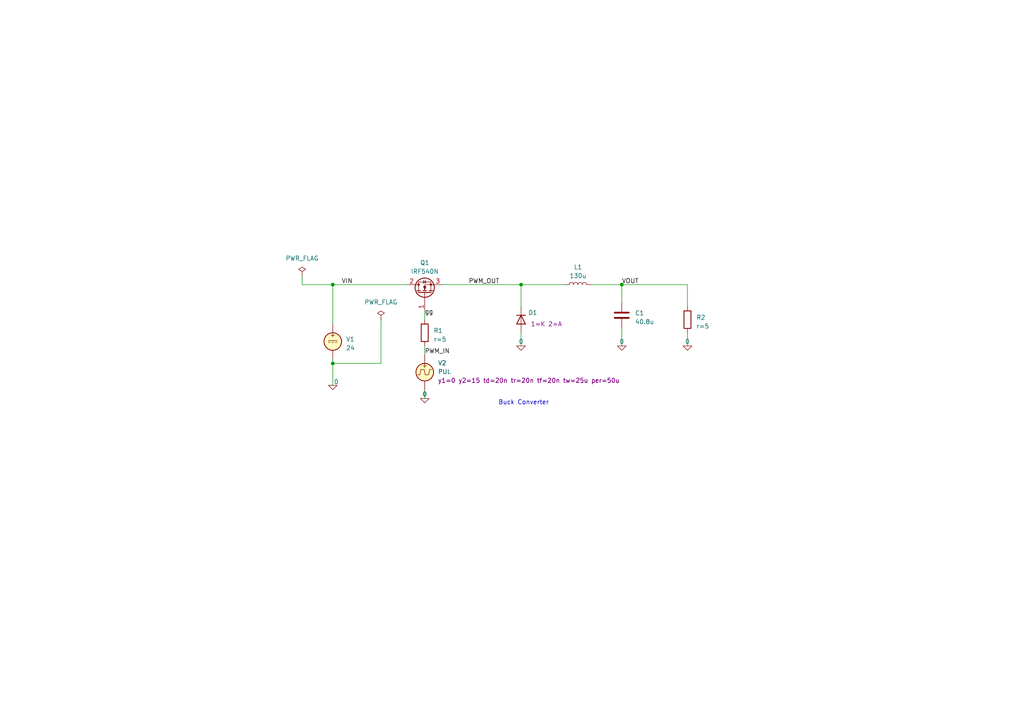
<source format=kicad_sch>
(kicad_sch
	(version 20231120)
	(generator "eeschema")
	(generator_version "8.0")
	(uuid "0e93a56f-653a-4707-b7a3-69262309dc60")
	(paper "A4")
	(title_block
		(title "Basic Buck Converter by Grp 2(IPD)")
		(date "2024-09-24")
		(rev "version1")
		(company "DJSCE")
		(comment 1 "En-Core participant")
		(comment 2 "IPD Group 2")
		(comment 3 "Jainam Bheda")
		(comment 4 "Jayesh Vyas")
		(comment 5 "Rushabh Desai")
		(comment 6 "Saket Tejpal")
	)
	(lib_symbols
		(symbol "Device:C"
			(pin_numbers hide)
			(pin_names
				(offset 0.254)
			)
			(exclude_from_sim no)
			(in_bom yes)
			(on_board yes)
			(property "Reference" "C"
				(at 0.635 2.54 0)
				(effects
					(font
						(size 1.27 1.27)
					)
					(justify left)
				)
			)
			(property "Value" "C"
				(at 0.635 -2.54 0)
				(effects
					(font
						(size 1.27 1.27)
					)
					(justify left)
				)
			)
			(property "Footprint" ""
				(at 0.9652 -3.81 0)
				(effects
					(font
						(size 1.27 1.27)
					)
					(hide yes)
				)
			)
			(property "Datasheet" "~"
				(at 0 0 0)
				(effects
					(font
						(size 1.27 1.27)
					)
					(hide yes)
				)
			)
			(property "Description" "Unpolarized capacitor"
				(at 0 0 0)
				(effects
					(font
						(size 1.27 1.27)
					)
					(hide yes)
				)
			)
			(property "ki_keywords" "cap capacitor"
				(at 0 0 0)
				(effects
					(font
						(size 1.27 1.27)
					)
					(hide yes)
				)
			)
			(property "ki_fp_filters" "C_*"
				(at 0 0 0)
				(effects
					(font
						(size 1.27 1.27)
					)
					(hide yes)
				)
			)
			(symbol "C_0_1"
				(polyline
					(pts
						(xy -2.032 -0.762) (xy 2.032 -0.762)
					)
					(stroke
						(width 0.508)
						(type default)
					)
					(fill
						(type none)
					)
				)
				(polyline
					(pts
						(xy -2.032 0.762) (xy 2.032 0.762)
					)
					(stroke
						(width 0.508)
						(type default)
					)
					(fill
						(type none)
					)
				)
			)
			(symbol "C_1_1"
				(pin passive line
					(at 0 3.81 270)
					(length 2.794)
					(name "~"
						(effects
							(font
								(size 1.27 1.27)
							)
						)
					)
					(number "1"
						(effects
							(font
								(size 1.27 1.27)
							)
						)
					)
				)
				(pin passive line
					(at 0 -3.81 90)
					(length 2.794)
					(name "~"
						(effects
							(font
								(size 1.27 1.27)
							)
						)
					)
					(number "2"
						(effects
							(font
								(size 1.27 1.27)
							)
						)
					)
				)
			)
		)
		(symbol "Device:L"
			(pin_numbers hide)
			(pin_names
				(offset 1.016) hide)
			(exclude_from_sim no)
			(in_bom yes)
			(on_board yes)
			(property "Reference" "L"
				(at -1.27 0 90)
				(effects
					(font
						(size 1.27 1.27)
					)
				)
			)
			(property "Value" "L"
				(at 1.905 0 90)
				(effects
					(font
						(size 1.27 1.27)
					)
				)
			)
			(property "Footprint" ""
				(at 0 0 0)
				(effects
					(font
						(size 1.27 1.27)
					)
					(hide yes)
				)
			)
			(property "Datasheet" "~"
				(at 0 0 0)
				(effects
					(font
						(size 1.27 1.27)
					)
					(hide yes)
				)
			)
			(property "Description" "Inductor"
				(at 0 0 0)
				(effects
					(font
						(size 1.27 1.27)
					)
					(hide yes)
				)
			)
			(property "ki_keywords" "inductor choke coil reactor magnetic"
				(at 0 0 0)
				(effects
					(font
						(size 1.27 1.27)
					)
					(hide yes)
				)
			)
			(property "ki_fp_filters" "Choke_* *Coil* Inductor_* L_*"
				(at 0 0 0)
				(effects
					(font
						(size 1.27 1.27)
					)
					(hide yes)
				)
			)
			(symbol "L_0_1"
				(arc
					(start 0 -2.54)
					(mid 0.6323 -1.905)
					(end 0 -1.27)
					(stroke
						(width 0)
						(type default)
					)
					(fill
						(type none)
					)
				)
				(arc
					(start 0 -1.27)
					(mid 0.6323 -0.635)
					(end 0 0)
					(stroke
						(width 0)
						(type default)
					)
					(fill
						(type none)
					)
				)
				(arc
					(start 0 0)
					(mid 0.6323 0.635)
					(end 0 1.27)
					(stroke
						(width 0)
						(type default)
					)
					(fill
						(type none)
					)
				)
				(arc
					(start 0 1.27)
					(mid 0.6323 1.905)
					(end 0 2.54)
					(stroke
						(width 0)
						(type default)
					)
					(fill
						(type none)
					)
				)
			)
			(symbol "L_1_1"
				(pin passive line
					(at 0 3.81 270)
					(length 1.27)
					(name "1"
						(effects
							(font
								(size 1.27 1.27)
							)
						)
					)
					(number "1"
						(effects
							(font
								(size 1.27 1.27)
							)
						)
					)
				)
				(pin passive line
					(at 0 -3.81 90)
					(length 1.27)
					(name "2"
						(effects
							(font
								(size 1.27 1.27)
							)
						)
					)
					(number "2"
						(effects
							(font
								(size 1.27 1.27)
							)
						)
					)
				)
			)
		)
		(symbol "Device:R"
			(pin_numbers hide)
			(pin_names
				(offset 0)
			)
			(exclude_from_sim no)
			(in_bom yes)
			(on_board yes)
			(property "Reference" "R"
				(at 2.032 0 90)
				(effects
					(font
						(size 1.27 1.27)
					)
				)
			)
			(property "Value" "R"
				(at 0 0 90)
				(effects
					(font
						(size 1.27 1.27)
					)
				)
			)
			(property "Footprint" ""
				(at -1.778 0 90)
				(effects
					(font
						(size 1.27 1.27)
					)
					(hide yes)
				)
			)
			(property "Datasheet" "~"
				(at 0 0 0)
				(effects
					(font
						(size 1.27 1.27)
					)
					(hide yes)
				)
			)
			(property "Description" "Resistor"
				(at 0 0 0)
				(effects
					(font
						(size 1.27 1.27)
					)
					(hide yes)
				)
			)
			(property "ki_keywords" "R res resistor"
				(at 0 0 0)
				(effects
					(font
						(size 1.27 1.27)
					)
					(hide yes)
				)
			)
			(property "ki_fp_filters" "R_*"
				(at 0 0 0)
				(effects
					(font
						(size 1.27 1.27)
					)
					(hide yes)
				)
			)
			(symbol "R_0_1"
				(rectangle
					(start -1.016 -2.54)
					(end 1.016 2.54)
					(stroke
						(width 0.254)
						(type default)
					)
					(fill
						(type none)
					)
				)
			)
			(symbol "R_1_1"
				(pin passive line
					(at 0 3.81 270)
					(length 1.27)
					(name "~"
						(effects
							(font
								(size 1.27 1.27)
							)
						)
					)
					(number "1"
						(effects
							(font
								(size 1.27 1.27)
							)
						)
					)
				)
				(pin passive line
					(at 0 -3.81 90)
					(length 1.27)
					(name "~"
						(effects
							(font
								(size 1.27 1.27)
							)
						)
					)
					(number "2"
						(effects
							(font
								(size 1.27 1.27)
							)
						)
					)
				)
			)
		)
		(symbol "Simulation_SPICE:0"
			(power)
			(pin_names
				(offset 0)
			)
			(exclude_from_sim no)
			(in_bom yes)
			(on_board yes)
			(property "Reference" "#GND"
				(at 0 -2.54 0)
				(effects
					(font
						(size 1.27 1.27)
					)
					(hide yes)
				)
			)
			(property "Value" "0"
				(at 0 -1.778 0)
				(effects
					(font
						(size 1.27 1.27)
					)
				)
			)
			(property "Footprint" ""
				(at 0 0 0)
				(effects
					(font
						(size 1.27 1.27)
					)
					(hide yes)
				)
			)
			(property "Datasheet" "~"
				(at 0 0 0)
				(effects
					(font
						(size 1.27 1.27)
					)
					(hide yes)
				)
			)
			(property "Description" "0V reference potential for simulation"
				(at 0 0 0)
				(effects
					(font
						(size 1.27 1.27)
					)
					(hide yes)
				)
			)
			(property "ki_keywords" "simulation"
				(at 0 0 0)
				(effects
					(font
						(size 1.27 1.27)
					)
					(hide yes)
				)
			)
			(symbol "0_0_1"
				(polyline
					(pts
						(xy -1.27 0) (xy 0 -1.27) (xy 1.27 0) (xy -1.27 0)
					)
					(stroke
						(width 0)
						(type default)
					)
					(fill
						(type none)
					)
				)
			)
			(symbol "0_1_1"
				(pin power_in line
					(at 0 0 0)
					(length 0) hide
					(name "0"
						(effects
							(font
								(size 1.016 1.016)
							)
						)
					)
					(number "1"
						(effects
							(font
								(size 1.016 1.016)
							)
						)
					)
				)
			)
		)
		(symbol "Simulation_SPICE:D"
			(pin_numbers hide)
			(pin_names
				(offset 1.016) hide)
			(exclude_from_sim no)
			(in_bom yes)
			(on_board yes)
			(property "Reference" "D"
				(at 0 2.54 0)
				(effects
					(font
						(size 1.27 1.27)
					)
				)
			)
			(property "Value" "D"
				(at 0 -2.54 0)
				(effects
					(font
						(size 1.27 1.27)
					)
				)
			)
			(property "Footprint" ""
				(at 0 0 0)
				(effects
					(font
						(size 1.27 1.27)
					)
					(hide yes)
				)
			)
			(property "Datasheet" "~"
				(at 0 0 0)
				(effects
					(font
						(size 1.27 1.27)
					)
					(hide yes)
				)
			)
			(property "Description" "Diode for simulation or PCB"
				(at 0 0 0)
				(effects
					(font
						(size 1.27 1.27)
					)
					(hide yes)
				)
			)
			(property "Sim.Device" "D"
				(at 0 0 0)
				(effects
					(font
						(size 1.27 1.27)
					)
				)
			)
			(property "Sim.Pins" "1=K 2=A"
				(at 0 0 0)
				(effects
					(font
						(size 1.27 1.27)
					)
				)
			)
			(property "ki_keywords" "simulation"
				(at 0 0 0)
				(effects
					(font
						(size 1.27 1.27)
					)
					(hide yes)
				)
			)
			(property "ki_fp_filters" "TO-???* *_Diode_* *SingleDiode* D_*"
				(at 0 0 0)
				(effects
					(font
						(size 1.27 1.27)
					)
					(hide yes)
				)
			)
			(symbol "D_0_1"
				(polyline
					(pts
						(xy -1.27 1.27) (xy -1.27 -1.27)
					)
					(stroke
						(width 0.254)
						(type default)
					)
					(fill
						(type none)
					)
				)
				(polyline
					(pts
						(xy 1.27 0) (xy -1.27 0)
					)
					(stroke
						(width 0)
						(type default)
					)
					(fill
						(type none)
					)
				)
				(polyline
					(pts
						(xy 1.27 1.27) (xy 1.27 -1.27) (xy -1.27 0) (xy 1.27 1.27)
					)
					(stroke
						(width 0.254)
						(type default)
					)
					(fill
						(type none)
					)
				)
			)
			(symbol "D_1_1"
				(pin passive line
					(at -3.81 0 0)
					(length 2.54)
					(name "K"
						(effects
							(font
								(size 1.27 1.27)
							)
						)
					)
					(number "1"
						(effects
							(font
								(size 1.27 1.27)
							)
						)
					)
				)
				(pin passive line
					(at 3.81 0 180)
					(length 2.54)
					(name "A"
						(effects
							(font
								(size 1.27 1.27)
							)
						)
					)
					(number "2"
						(effects
							(font
								(size 1.27 1.27)
							)
						)
					)
				)
			)
		)
		(symbol "Simulation_SPICE:VDC"
			(pin_numbers hide)
			(pin_names
				(offset 0.0254)
			)
			(exclude_from_sim no)
			(in_bom yes)
			(on_board yes)
			(property "Reference" "V"
				(at 2.54 2.54 0)
				(effects
					(font
						(size 1.27 1.27)
					)
					(justify left)
				)
			)
			(property "Value" "1"
				(at 2.54 0 0)
				(effects
					(font
						(size 1.27 1.27)
					)
					(justify left)
				)
			)
			(property "Footprint" ""
				(at 0 0 0)
				(effects
					(font
						(size 1.27 1.27)
					)
					(hide yes)
				)
			)
			(property "Datasheet" "~"
				(at 0 0 0)
				(effects
					(font
						(size 1.27 1.27)
					)
					(hide yes)
				)
			)
			(property "Description" "Voltage source, DC"
				(at 0 0 0)
				(effects
					(font
						(size 1.27 1.27)
					)
					(hide yes)
				)
			)
			(property "Sim.Pins" "1=+ 2=-"
				(at 0 0 0)
				(effects
					(font
						(size 1.27 1.27)
					)
					(hide yes)
				)
			)
			(property "Sim.Type" "DC"
				(at 0 0 0)
				(effects
					(font
						(size 1.27 1.27)
					)
					(hide yes)
				)
			)
			(property "Sim.Device" "V"
				(at 0 0 0)
				(effects
					(font
						(size 1.27 1.27)
					)
					(justify left)
					(hide yes)
				)
			)
			(property "ki_keywords" "simulation"
				(at 0 0 0)
				(effects
					(font
						(size 1.27 1.27)
					)
					(hide yes)
				)
			)
			(symbol "VDC_0_0"
				(polyline
					(pts
						(xy -1.27 0.254) (xy 1.27 0.254)
					)
					(stroke
						(width 0)
						(type default)
					)
					(fill
						(type none)
					)
				)
				(polyline
					(pts
						(xy -0.762 -0.254) (xy -1.27 -0.254)
					)
					(stroke
						(width 0)
						(type default)
					)
					(fill
						(type none)
					)
				)
				(polyline
					(pts
						(xy 0.254 -0.254) (xy -0.254 -0.254)
					)
					(stroke
						(width 0)
						(type default)
					)
					(fill
						(type none)
					)
				)
				(polyline
					(pts
						(xy 1.27 -0.254) (xy 0.762 -0.254)
					)
					(stroke
						(width 0)
						(type default)
					)
					(fill
						(type none)
					)
				)
				(text "+"
					(at 0 1.905 0)
					(effects
						(font
							(size 1.27 1.27)
						)
					)
				)
			)
			(symbol "VDC_0_1"
				(circle
					(center 0 0)
					(radius 2.54)
					(stroke
						(width 0.254)
						(type default)
					)
					(fill
						(type background)
					)
				)
			)
			(symbol "VDC_1_1"
				(pin passive line
					(at 0 5.08 270)
					(length 2.54)
					(name "~"
						(effects
							(font
								(size 1.27 1.27)
							)
						)
					)
					(number "1"
						(effects
							(font
								(size 1.27 1.27)
							)
						)
					)
				)
				(pin passive line
					(at 0 -5.08 90)
					(length 2.54)
					(name "~"
						(effects
							(font
								(size 1.27 1.27)
							)
						)
					)
					(number "2"
						(effects
							(font
								(size 1.27 1.27)
							)
						)
					)
				)
			)
		)
		(symbol "Simulation_SPICE:VPULSE"
			(pin_numbers hide)
			(pin_names
				(offset 0.0254)
			)
			(exclude_from_sim no)
			(in_bom yes)
			(on_board yes)
			(property "Reference" "V"
				(at 2.54 2.54 0)
				(effects
					(font
						(size 1.27 1.27)
					)
					(justify left)
				)
			)
			(property "Value" "VPULSE"
				(at 2.54 0 0)
				(effects
					(font
						(size 1.27 1.27)
					)
					(justify left)
				)
			)
			(property "Footprint" ""
				(at 0 0 0)
				(effects
					(font
						(size 1.27 1.27)
					)
					(hide yes)
				)
			)
			(property "Datasheet" "~"
				(at 0 0 0)
				(effects
					(font
						(size 1.27 1.27)
					)
					(hide yes)
				)
			)
			(property "Description" "Voltage source, pulse"
				(at 0 0 0)
				(effects
					(font
						(size 1.27 1.27)
					)
					(hide yes)
				)
			)
			(property "Sim.Pins" "1=+ 2=-"
				(at 0 0 0)
				(effects
					(font
						(size 1.27 1.27)
					)
					(hide yes)
				)
			)
			(property "Sim.Type" "PULSE"
				(at 0 0 0)
				(effects
					(font
						(size 1.27 1.27)
					)
					(hide yes)
				)
			)
			(property "Sim.Device" "V"
				(at 0 0 0)
				(effects
					(font
						(size 1.27 1.27)
					)
					(justify left)
					(hide yes)
				)
			)
			(property "Sim.Params" "y1=0 y2=1 td=2n tr=2n tf=2n tw=50n per=100n"
				(at 2.54 -2.54 0)
				(effects
					(font
						(size 1.27 1.27)
					)
					(justify left)
				)
			)
			(property "ki_keywords" "simulation"
				(at 0 0 0)
				(effects
					(font
						(size 1.27 1.27)
					)
					(hide yes)
				)
			)
			(symbol "VPULSE_0_0"
				(polyline
					(pts
						(xy -2.032 -0.762) (xy -1.397 -0.762) (xy -1.143 0.762) (xy -0.127 0.762) (xy 0.127 -0.762) (xy 1.143 -0.762)
						(xy 1.397 0.762) (xy 2.032 0.762)
					)
					(stroke
						(width 0)
						(type default)
					)
					(fill
						(type none)
					)
				)
				(text "+"
					(at 0 1.905 0)
					(effects
						(font
							(size 1.27 1.27)
						)
					)
				)
			)
			(symbol "VPULSE_0_1"
				(circle
					(center 0 0)
					(radius 2.54)
					(stroke
						(width 0.254)
						(type default)
					)
					(fill
						(type background)
					)
				)
			)
			(symbol "VPULSE_1_1"
				(pin passive line
					(at 0 5.08 270)
					(length 2.54)
					(name "~"
						(effects
							(font
								(size 1.27 1.27)
							)
						)
					)
					(number "1"
						(effects
							(font
								(size 1.27 1.27)
							)
						)
					)
				)
				(pin passive line
					(at 0 -5.08 90)
					(length 2.54)
					(name "~"
						(effects
							(font
								(size 1.27 1.27)
							)
						)
					)
					(number "2"
						(effects
							(font
								(size 1.27 1.27)
							)
						)
					)
				)
			)
		)
		(symbol "Transistor_FET:IRF540N"
			(pin_names hide)
			(exclude_from_sim no)
			(in_bom yes)
			(on_board yes)
			(property "Reference" "Q"
				(at 6.35 1.905 0)
				(effects
					(font
						(size 1.27 1.27)
					)
					(justify left)
				)
			)
			(property "Value" "IRF540N"
				(at 6.35 0 0)
				(effects
					(font
						(size 1.27 1.27)
					)
					(justify left)
				)
			)
			(property "Footprint" "Package_TO_SOT_THT:TO-220-3_Vertical"
				(at 6.35 -1.905 0)
				(effects
					(font
						(size 1.27 1.27)
						(italic yes)
					)
					(justify left)
					(hide yes)
				)
			)
			(property "Datasheet" "http://www.irf.com/product-info/datasheets/data/irf540n.pdf"
				(at 0 0 0)
				(effects
					(font
						(size 1.27 1.27)
					)
					(justify left)
					(hide yes)
				)
			)
			(property "Description" "33A Id, 100V Vds, HEXFET N-Channel MOSFET, TO-220"
				(at 0 0 0)
				(effects
					(font
						(size 1.27 1.27)
					)
					(hide yes)
				)
			)
			(property "ki_keywords" "HEXFET N-Channel MOSFET"
				(at 0 0 0)
				(effects
					(font
						(size 1.27 1.27)
					)
					(hide yes)
				)
			)
			(property "ki_fp_filters" "TO?220*"
				(at 0 0 0)
				(effects
					(font
						(size 1.27 1.27)
					)
					(hide yes)
				)
			)
			(symbol "IRF540N_0_1"
				(polyline
					(pts
						(xy 0.254 0) (xy -2.54 0)
					)
					(stroke
						(width 0)
						(type default)
					)
					(fill
						(type none)
					)
				)
				(polyline
					(pts
						(xy 0.254 1.905) (xy 0.254 -1.905)
					)
					(stroke
						(width 0.254)
						(type default)
					)
					(fill
						(type none)
					)
				)
				(polyline
					(pts
						(xy 0.762 -1.27) (xy 0.762 -2.286)
					)
					(stroke
						(width 0.254)
						(type default)
					)
					(fill
						(type none)
					)
				)
				(polyline
					(pts
						(xy 0.762 0.508) (xy 0.762 -0.508)
					)
					(stroke
						(width 0.254)
						(type default)
					)
					(fill
						(type none)
					)
				)
				(polyline
					(pts
						(xy 0.762 2.286) (xy 0.762 1.27)
					)
					(stroke
						(width 0.254)
						(type default)
					)
					(fill
						(type none)
					)
				)
				(polyline
					(pts
						(xy 2.54 2.54) (xy 2.54 1.778)
					)
					(stroke
						(width 0)
						(type default)
					)
					(fill
						(type none)
					)
				)
				(polyline
					(pts
						(xy 2.54 -2.54) (xy 2.54 0) (xy 0.762 0)
					)
					(stroke
						(width 0)
						(type default)
					)
					(fill
						(type none)
					)
				)
				(polyline
					(pts
						(xy 0.762 -1.778) (xy 3.302 -1.778) (xy 3.302 1.778) (xy 0.762 1.778)
					)
					(stroke
						(width 0)
						(type default)
					)
					(fill
						(type none)
					)
				)
				(polyline
					(pts
						(xy 1.016 0) (xy 2.032 0.381) (xy 2.032 -0.381) (xy 1.016 0)
					)
					(stroke
						(width 0)
						(type default)
					)
					(fill
						(type outline)
					)
				)
				(polyline
					(pts
						(xy 2.794 0.508) (xy 2.921 0.381) (xy 3.683 0.381) (xy 3.81 0.254)
					)
					(stroke
						(width 0)
						(type default)
					)
					(fill
						(type none)
					)
				)
				(polyline
					(pts
						(xy 3.302 0.381) (xy 2.921 -0.254) (xy 3.683 -0.254) (xy 3.302 0.381)
					)
					(stroke
						(width 0)
						(type default)
					)
					(fill
						(type none)
					)
				)
				(circle
					(center 1.651 0)
					(radius 2.794)
					(stroke
						(width 0.254)
						(type default)
					)
					(fill
						(type none)
					)
				)
				(circle
					(center 2.54 -1.778)
					(radius 0.254)
					(stroke
						(width 0)
						(type default)
					)
					(fill
						(type outline)
					)
				)
				(circle
					(center 2.54 1.778)
					(radius 0.254)
					(stroke
						(width 0)
						(type default)
					)
					(fill
						(type outline)
					)
				)
			)
			(symbol "IRF540N_1_1"
				(pin input line
					(at -5.08 0 0)
					(length 2.54)
					(name "G"
						(effects
							(font
								(size 1.27 1.27)
							)
						)
					)
					(number "1"
						(effects
							(font
								(size 1.27 1.27)
							)
						)
					)
				)
				(pin passive line
					(at 2.54 5.08 270)
					(length 2.54)
					(name "D"
						(effects
							(font
								(size 1.27 1.27)
							)
						)
					)
					(number "2"
						(effects
							(font
								(size 1.27 1.27)
							)
						)
					)
				)
				(pin passive line
					(at 2.54 -5.08 90)
					(length 2.54)
					(name "S"
						(effects
							(font
								(size 1.27 1.27)
							)
						)
					)
					(number "3"
						(effects
							(font
								(size 1.27 1.27)
							)
						)
					)
				)
			)
		)
		(symbol "power:PWR_FLAG"
			(power)
			(pin_numbers hide)
			(pin_names
				(offset 0) hide)
			(exclude_from_sim no)
			(in_bom yes)
			(on_board yes)
			(property "Reference" "#FLG"
				(at 0 1.905 0)
				(effects
					(font
						(size 1.27 1.27)
					)
					(hide yes)
				)
			)
			(property "Value" "PWR_FLAG"
				(at 0 3.81 0)
				(effects
					(font
						(size 1.27 1.27)
					)
				)
			)
			(property "Footprint" ""
				(at 0 0 0)
				(effects
					(font
						(size 1.27 1.27)
					)
					(hide yes)
				)
			)
			(property "Datasheet" "~"
				(at 0 0 0)
				(effects
					(font
						(size 1.27 1.27)
					)
					(hide yes)
				)
			)
			(property "Description" "Special symbol for telling ERC where power comes from"
				(at 0 0 0)
				(effects
					(font
						(size 1.27 1.27)
					)
					(hide yes)
				)
			)
			(property "ki_keywords" "flag power"
				(at 0 0 0)
				(effects
					(font
						(size 1.27 1.27)
					)
					(hide yes)
				)
			)
			(symbol "PWR_FLAG_0_0"
				(pin power_out line
					(at 0 0 90)
					(length 0)
					(name "~"
						(effects
							(font
								(size 1.27 1.27)
							)
						)
					)
					(number "1"
						(effects
							(font
								(size 1.27 1.27)
							)
						)
					)
				)
			)
			(symbol "PWR_FLAG_0_1"
				(polyline
					(pts
						(xy 0 0) (xy 0 1.27) (xy -1.016 1.905) (xy 0 2.54) (xy 1.016 1.905) (xy 0 1.27)
					)
					(stroke
						(width 0)
						(type default)
					)
					(fill
						(type none)
					)
				)
			)
		)
	)
	(junction
		(at 151.13 82.55)
		(diameter 0)
		(color 0 0 0 0)
		(uuid "5fbe882f-2250-4e4e-9b9d-97ac7e4f8932")
	)
	(junction
		(at 96.52 105.41)
		(diameter 0)
		(color 0 0 0 0)
		(uuid "bc7190ec-ba2f-4b2b-9695-0b9b98591cef")
	)
	(junction
		(at 180.34 82.55)
		(diameter 0)
		(color 0 0 0 0)
		(uuid "c9bd43a6-8201-4094-9a46-02ed541aeb25")
	)
	(junction
		(at 96.52 82.55)
		(diameter 0)
		(color 0 0 0 0)
		(uuid "dd328c18-30d5-4a98-8e20-71e2db5c9763")
	)
	(wire
		(pts
			(xy 123.19 90.17) (xy 123.19 92.71)
		)
		(stroke
			(width 0)
			(type default)
		)
		(uuid "134e6d4a-765f-4b93-8f4d-c14a9060f8fa")
	)
	(wire
		(pts
			(xy 96.52 105.41) (xy 96.52 104.14)
		)
		(stroke
			(width 0)
			(type default)
		)
		(uuid "24485cd9-2bd9-4123-898b-e66f993a6995")
	)
	(wire
		(pts
			(xy 199.39 100.33) (xy 199.39 96.52)
		)
		(stroke
			(width 0)
			(type default)
		)
		(uuid "31b93404-1ca3-44f0-b50a-513fd4718890")
	)
	(wire
		(pts
			(xy 110.49 92.71) (xy 110.49 105.41)
		)
		(stroke
			(width 0)
			(type default)
		)
		(uuid "3321cdbd-3cbb-415d-b74c-432b1c1fb368")
	)
	(wire
		(pts
			(xy 87.63 82.55) (xy 96.52 82.55)
		)
		(stroke
			(width 0)
			(type default)
		)
		(uuid "3322c71d-16a2-4ffe-b011-77c22bccb5fe")
	)
	(wire
		(pts
			(xy 123.19 100.33) (xy 123.19 102.87)
		)
		(stroke
			(width 0)
			(type default)
		)
		(uuid "4dc9b9ad-7ce5-41d5-a35a-d7aa2d277adb")
	)
	(wire
		(pts
			(xy 96.52 93.98) (xy 96.52 82.55)
		)
		(stroke
			(width 0)
			(type default)
		)
		(uuid "4e91e684-665a-4614-a7ec-d78973efde0d")
	)
	(wire
		(pts
			(xy 110.49 105.41) (xy 96.52 105.41)
		)
		(stroke
			(width 0)
			(type default)
		)
		(uuid "586e3145-3683-4d2b-915b-3a9cc1e94b50")
	)
	(wire
		(pts
			(xy 96.52 82.55) (xy 118.11 82.55)
		)
		(stroke
			(width 0)
			(type default)
		)
		(uuid "69beaf5d-ac5e-4129-b968-f0f74060902c")
	)
	(wire
		(pts
			(xy 96.52 111.76) (xy 96.52 105.41)
		)
		(stroke
			(width 0)
			(type default)
		)
		(uuid "7f481499-a257-4f92-90ef-c44dccd59586")
	)
	(wire
		(pts
			(xy 128.27 82.55) (xy 151.13 82.55)
		)
		(stroke
			(width 0)
			(type default)
		)
		(uuid "80c77a6a-416e-4ad0-9173-8f0d121f2fe2")
	)
	(wire
		(pts
			(xy 151.13 100.33) (xy 151.13 96.52)
		)
		(stroke
			(width 0)
			(type default)
		)
		(uuid "8b4e1055-4b04-4ee1-87ec-c677fdd02fd5")
	)
	(wire
		(pts
			(xy 171.45 82.55) (xy 180.34 82.55)
		)
		(stroke
			(width 0)
			(type default)
		)
		(uuid "9116b443-26f2-49df-ba8b-a8abccde7303")
	)
	(wire
		(pts
			(xy 151.13 82.55) (xy 163.83 82.55)
		)
		(stroke
			(width 0)
			(type default)
		)
		(uuid "b6ed7313-21bf-45b6-afaf-887bcb1782be")
	)
	(wire
		(pts
			(xy 180.34 82.55) (xy 180.34 87.63)
		)
		(stroke
			(width 0)
			(type default)
		)
		(uuid "b6ff722c-3ef1-47b4-9242-074748848a30")
	)
	(wire
		(pts
			(xy 199.39 82.55) (xy 180.34 82.55)
		)
		(stroke
			(width 0)
			(type default)
		)
		(uuid "be645958-9ce1-4bdc-ab94-4862afc64709")
	)
	(wire
		(pts
			(xy 151.13 82.55) (xy 151.13 88.9)
		)
		(stroke
			(width 0)
			(type default)
		)
		(uuid "c5807c1f-92e4-4999-9afd-69e20d9860f7")
	)
	(wire
		(pts
			(xy 87.63 80.01) (xy 87.63 82.55)
		)
		(stroke
			(width 0)
			(type default)
		)
		(uuid "d1e38fdc-fc63-459c-86ad-ee80af50a166")
	)
	(wire
		(pts
			(xy 123.19 113.03) (xy 123.19 115.57)
		)
		(stroke
			(width 0)
			(type default)
		)
		(uuid "e46d57d7-9a09-4f7e-8ba1-e5a069c795b4")
	)
	(wire
		(pts
			(xy 180.34 100.33) (xy 180.34 95.25)
		)
		(stroke
			(width 0)
			(type default)
		)
		(uuid "f2cc91e5-5e4b-4fc9-a839-0f3c63ea597e")
	)
	(wire
		(pts
			(xy 199.39 88.9) (xy 199.39 82.55)
		)
		(stroke
			(width 0)
			(type default)
		)
		(uuid "fd3f836c-fceb-4197-8976-060093772050")
	)
	(text "Buck Converter"
		(exclude_from_sim no)
		(at 151.892 116.84 0)
		(effects
			(font
				(size 1.27 1.27)
			)
		)
		(uuid "53388ee5-b355-4e5f-b5a4-e11bfa5aaf48")
	)
	(label "PWM_OUT"
		(at 135.89 82.55 0)
		(fields_autoplaced yes)
		(effects
			(font
				(size 1.27 1.27)
			)
			(justify left bottom)
		)
		(uuid "7489f111-3e06-476e-9634-1a8ddf38c3e2")
	)
	(label "gg"
		(at 123.19 91.44 0)
		(fields_autoplaced yes)
		(effects
			(font
				(size 1.27 1.27)
			)
			(justify left bottom)
		)
		(uuid "7bbad6d8-d949-404d-86fd-427ea844f17b")
	)
	(label "VOUT"
		(at 180.34 82.55 0)
		(fields_autoplaced yes)
		(effects
			(font
				(size 1.27 1.27)
			)
			(justify left bottom)
		)
		(uuid "80fb6b8f-4fec-4274-bf5c-2fa980022f56")
	)
	(label "PWM_IN"
		(at 123.19 102.87 0)
		(fields_autoplaced yes)
		(effects
			(font
				(size 1.27 1.27)
			)
			(justify left bottom)
		)
		(uuid "94aa7971-09d7-4c54-b874-4a8e8f751a04")
	)
	(label "VIN"
		(at 99.06 82.55 0)
		(fields_autoplaced yes)
		(effects
			(font
				(size 1.27 1.27)
			)
			(justify left bottom)
		)
		(uuid "abb8699c-1013-4dd0-8725-9d9786fbd5bf")
	)
	(symbol
		(lib_id "Device:R")
		(at 199.39 92.71 0)
		(unit 1)
		(exclude_from_sim no)
		(in_bom yes)
		(on_board yes)
		(dnp no)
		(fields_autoplaced yes)
		(uuid "017b3355-3b8d-481a-b492-51ef86459354")
		(property "Reference" "R2"
			(at 201.93 92.075 0)
			(effects
				(font
					(size 1.27 1.27)
				)
				(justify left)
			)
		)
		(property "Value" "${SIM.PARAMS}"
			(at 201.93 94.615 0)
			(effects
				(font
					(size 1.27 1.27)
				)
				(justify left)
			)
		)
		(property "Footprint" "Resistor_SMD:R_0805_2012Metric"
			(at 197.612 92.71 90)
			(effects
				(font
					(size 1.27 1.27)
				)
				(hide yes)
			)
		)
		(property "Datasheet" "~"
			(at 199.39 92.71 0)
			(effects
				(font
					(size 1.27 1.27)
				)
				(hide yes)
			)
		)
		(property "Description" ""
			(at 199.39 92.71 0)
			(effects
				(font
					(size 1.27 1.27)
				)
				(hide yes)
			)
		)
		(property "Sim.Device" "R"
			(at 199.39 92.71 0)
			(effects
				(font
					(size 1.27 1.27)
				)
				(hide yes)
			)
		)
		(property "Sim.Type" "="
			(at 199.39 92.71 0)
			(effects
				(font
					(size 1.27 1.27)
				)
				(hide yes)
			)
		)
		(property "Sim.Params" "r=5"
			(at 199.39 92.71 0)
			(effects
				(font
					(size 1.27 1.27)
				)
				(hide yes)
			)
		)
		(property "Sim.Pins" "1=+ 2=-"
			(at 199.39 92.71 0)
			(effects
				(font
					(size 1.27 1.27)
				)
				(hide yes)
			)
		)
		(pin "1"
			(uuid "2bdedd72-4802-443f-a00a-d476a13dd54a")
		)
		(pin "2"
			(uuid "dfc794a3-5b8c-4740-a434-ea119b91813c")
		)
		(instances
			(project "Buck_Converter_3"
				(path "/0e93a56f-653a-4707-b7a3-69262309dc60"
					(reference "R2")
					(unit 1)
				)
			)
		)
	)
	(symbol
		(lib_id "Device:C")
		(at 180.34 91.44 0)
		(unit 1)
		(exclude_from_sim no)
		(in_bom yes)
		(on_board yes)
		(dnp no)
		(fields_autoplaced yes)
		(uuid "10c3c577-731d-4335-8305-fee89299ee81")
		(property "Reference" "C1"
			(at 184.15 90.805 0)
			(effects
				(font
					(size 1.27 1.27)
				)
				(justify left)
			)
		)
		(property "Value" "40.8u"
			(at 184.15 93.345 0)
			(effects
				(font
					(size 1.27 1.27)
				)
				(justify left)
			)
		)
		(property "Footprint" "Capacitor_SMD:C_1210_3225Metric"
			(at 181.3052 95.25 0)
			(effects
				(font
					(size 1.27 1.27)
				)
				(hide yes)
			)
		)
		(property "Datasheet" "~"
			(at 180.34 91.44 0)
			(effects
				(font
					(size 1.27 1.27)
				)
				(hide yes)
			)
		)
		(property "Description" ""
			(at 180.34 91.44 0)
			(effects
				(font
					(size 1.27 1.27)
				)
				(hide yes)
			)
		)
		(property "Sim.Device" "C"
			(at 180.34 91.44 0)
			(effects
				(font
					(size 1.27 1.27)
				)
				(hide yes)
			)
		)
		(property "Sim.Type" "="
			(at 180.34 91.44 0)
			(effects
				(font
					(size 1.27 1.27)
				)
				(hide yes)
			)
		)
		(property "Sim.Params" "c=100u"
			(at 180.34 91.44 0)
			(effects
				(font
					(size 1.27 1.27)
				)
				(hide yes)
			)
		)
		(property "Sim.Pins" "1=+ 2=-"
			(at 180.34 91.44 0)
			(effects
				(font
					(size 1.27 1.27)
				)
				(hide yes)
			)
		)
		(pin "1"
			(uuid "6b0aae9f-de90-4fdd-9869-80fd4c996299")
		)
		(pin "2"
			(uuid "ee9259d8-09c6-43f8-ac62-e5a88e78c568")
		)
		(instances
			(project "Buck_Converter_3"
				(path "/0e93a56f-653a-4707-b7a3-69262309dc60"
					(reference "C1")
					(unit 1)
				)
			)
		)
	)
	(symbol
		(lib_id "power:PWR_FLAG")
		(at 110.49 92.71 0)
		(unit 1)
		(exclude_from_sim no)
		(in_bom yes)
		(on_board yes)
		(dnp no)
		(fields_autoplaced yes)
		(uuid "1b612b47-8b39-4110-81ae-e5d703583978")
		(property "Reference" "#FLG02"
			(at 110.49 90.805 0)
			(effects
				(font
					(size 1.27 1.27)
				)
				(hide yes)
			)
		)
		(property "Value" "PWR_FLAG"
			(at 110.49 87.63 0)
			(effects
				(font
					(size 1.27 1.27)
				)
			)
		)
		(property "Footprint" ""
			(at 110.49 92.71 0)
			(effects
				(font
					(size 1.27 1.27)
				)
				(hide yes)
			)
		)
		(property "Datasheet" "~"
			(at 110.49 92.71 0)
			(effects
				(font
					(size 1.27 1.27)
				)
				(hide yes)
			)
		)
		(property "Description" "Special symbol for telling ERC where power comes from"
			(at 110.49 92.71 0)
			(effects
				(font
					(size 1.27 1.27)
				)
				(hide yes)
			)
		)
		(pin "1"
			(uuid "6822715c-2d5b-4e98-bdf1-bcbcb289ddd9")
		)
		(instances
			(project ""
				(path "/0e93a56f-653a-4707-b7a3-69262309dc60"
					(reference "#FLG02")
					(unit 1)
				)
			)
		)
	)
	(symbol
		(lib_id "Simulation_SPICE:0")
		(at 123.19 115.57 0)
		(unit 1)
		(exclude_from_sim no)
		(in_bom yes)
		(on_board yes)
		(dnp no)
		(fields_autoplaced yes)
		(uuid "59be9af6-dc95-4db3-941e-087db735d7f3")
		(property "Reference" "#GND02"
			(at 123.19 118.11 0)
			(effects
				(font
					(size 1.27 1.27)
				)
				(hide yes)
			)
		)
		(property "Value" "0"
			(at 123.19 114.3 0)
			(effects
				(font
					(size 1.27 1.27)
				)
			)
		)
		(property "Footprint" ""
			(at 123.19 115.57 0)
			(effects
				(font
					(size 1.27 1.27)
				)
				(hide yes)
			)
		)
		(property "Datasheet" "~"
			(at 123.19 115.57 0)
			(effects
				(font
					(size 1.27 1.27)
				)
				(hide yes)
			)
		)
		(property "Description" ""
			(at 123.19 115.57 0)
			(effects
				(font
					(size 1.27 1.27)
				)
				(hide yes)
			)
		)
		(pin "1"
			(uuid "f3dd6011-c629-4618-8ede-7b630b8214e1")
		)
		(instances
			(project "Buck_Converter_3"
				(path "/0e93a56f-653a-4707-b7a3-69262309dc60"
					(reference "#GND02")
					(unit 1)
				)
			)
		)
	)
	(symbol
		(lib_id "Simulation_SPICE:0")
		(at 151.13 100.33 0)
		(unit 1)
		(exclude_from_sim no)
		(in_bom yes)
		(on_board yes)
		(dnp no)
		(fields_autoplaced yes)
		(uuid "7c28c375-bee4-4e50-bcdc-081023bacb39")
		(property "Reference" "#GND03"
			(at 151.13 102.87 0)
			(effects
				(font
					(size 1.27 1.27)
				)
				(hide yes)
			)
		)
		(property "Value" "0"
			(at 151.13 99.06 0)
			(effects
				(font
					(size 1.27 1.27)
				)
			)
		)
		(property "Footprint" ""
			(at 151.13 100.33 0)
			(effects
				(font
					(size 1.27 1.27)
				)
				(hide yes)
			)
		)
		(property "Datasheet" "~"
			(at 151.13 100.33 0)
			(effects
				(font
					(size 1.27 1.27)
				)
				(hide yes)
			)
		)
		(property "Description" ""
			(at 151.13 100.33 0)
			(effects
				(font
					(size 1.27 1.27)
				)
				(hide yes)
			)
		)
		(pin "1"
			(uuid "87500c46-1532-4b7b-a20e-2be8e0255d28")
		)
		(instances
			(project "Buck_Converter_3"
				(path "/0e93a56f-653a-4707-b7a3-69262309dc60"
					(reference "#GND03")
					(unit 1)
				)
			)
		)
	)
	(symbol
		(lib_id "power:PWR_FLAG")
		(at 87.63 80.01 0)
		(unit 1)
		(exclude_from_sim no)
		(in_bom yes)
		(on_board yes)
		(dnp no)
		(fields_autoplaced yes)
		(uuid "7f529aff-7216-4b21-a9dc-5b85ec9156be")
		(property "Reference" "#FLG01"
			(at 87.63 78.105 0)
			(effects
				(font
					(size 1.27 1.27)
				)
				(hide yes)
			)
		)
		(property "Value" "PWR_FLAG"
			(at 87.63 74.93 0)
			(effects
				(font
					(size 1.27 1.27)
				)
			)
		)
		(property "Footprint" ""
			(at 87.63 80.01 0)
			(effects
				(font
					(size 1.27 1.27)
				)
				(hide yes)
			)
		)
		(property "Datasheet" "~"
			(at 87.63 80.01 0)
			(effects
				(font
					(size 1.27 1.27)
				)
				(hide yes)
			)
		)
		(property "Description" "Special symbol for telling ERC where power comes from"
			(at 87.63 80.01 0)
			(effects
				(font
					(size 1.27 1.27)
				)
				(hide yes)
			)
		)
		(pin "1"
			(uuid "d252b3c0-d28c-4f88-8eb7-1132f45e58d4")
		)
		(instances
			(project ""
				(path "/0e93a56f-653a-4707-b7a3-69262309dc60"
					(reference "#FLG01")
					(unit 1)
				)
			)
		)
	)
	(symbol
		(lib_id "Simulation_SPICE:VPULSE")
		(at 123.19 107.95 0)
		(unit 1)
		(exclude_from_sim no)
		(in_bom yes)
		(on_board yes)
		(dnp no)
		(fields_autoplaced yes)
		(uuid "842b4108-d3cb-4b4d-9501-6317c4a185d7")
		(property "Reference" "V2"
			(at 127 105.2801 0)
			(effects
				(font
					(size 1.27 1.27)
				)
				(justify left)
			)
		)
		(property "Value" "PUL"
			(at 127 107.8201 0)
			(effects
				(font
					(size 1.27 1.27)
				)
				(justify left)
			)
		)
		(property "Footprint" "Battery:Battery_Panasonic_CR2032-VS1N_Vertical_CircularHoles"
			(at 123.19 107.95 0)
			(effects
				(font
					(size 1.27 1.27)
				)
				(hide yes)
			)
		)
		(property "Datasheet" "~"
			(at 123.19 107.95 0)
			(effects
				(font
					(size 1.27 1.27)
				)
				(hide yes)
			)
		)
		(property "Description" ""
			(at 123.19 107.95 0)
			(effects
				(font
					(size 1.27 1.27)
				)
				(hide yes)
			)
		)
		(property "Sim.Pins" "1=+ 2=-"
			(at 123.19 107.95 0)
			(effects
				(font
					(size 1.27 1.27)
				)
				(hide yes)
			)
		)
		(property "Sim.Type" "PULSE"
			(at 123.19 107.95 0)
			(effects
				(font
					(size 1.27 1.27)
				)
				(hide yes)
			)
		)
		(property "Sim.Device" "V"
			(at 123.19 107.95 0)
			(effects
				(font
					(size 1.27 1.27)
				)
				(justify left)
				(hide yes)
			)
		)
		(property "Sim.Params" "y1=0 y2=15 td=20n tr=20n tf=20n tw=25u per=50u"
			(at 127 110.3601 0)
			(effects
				(font
					(size 1.27 1.27)
				)
				(justify left)
			)
		)
		(pin "1"
			(uuid "b2253aac-8255-46eb-9716-0dc3c4ee77c4")
		)
		(pin "2"
			(uuid "0203c79e-6769-4569-ad40-bfe54c577718")
		)
		(instances
			(project "Buck_Converter_3"
				(path "/0e93a56f-653a-4707-b7a3-69262309dc60"
					(reference "V2")
					(unit 1)
				)
			)
		)
	)
	(symbol
		(lib_id "Simulation_SPICE:0")
		(at 180.34 100.33 0)
		(unit 1)
		(exclude_from_sim no)
		(in_bom yes)
		(on_board yes)
		(dnp no)
		(fields_autoplaced yes)
		(uuid "8d51a925-2445-493f-8de9-4356f0df7029")
		(property "Reference" "#GND04"
			(at 180.34 102.87 0)
			(effects
				(font
					(size 1.27 1.27)
				)
				(hide yes)
			)
		)
		(property "Value" "0"
			(at 180.34 99.06 0)
			(effects
				(font
					(size 1.27 1.27)
				)
			)
		)
		(property "Footprint" ""
			(at 180.34 100.33 0)
			(effects
				(font
					(size 1.27 1.27)
				)
				(hide yes)
			)
		)
		(property "Datasheet" "~"
			(at 180.34 100.33 0)
			(effects
				(font
					(size 1.27 1.27)
				)
				(hide yes)
			)
		)
		(property "Description" ""
			(at 180.34 100.33 0)
			(effects
				(font
					(size 1.27 1.27)
				)
				(hide yes)
			)
		)
		(pin "1"
			(uuid "6c901faf-7e20-4108-8bef-3d27867135af")
		)
		(instances
			(project "Buck_Converter_3"
				(path "/0e93a56f-653a-4707-b7a3-69262309dc60"
					(reference "#GND04")
					(unit 1)
				)
			)
		)
	)
	(symbol
		(lib_id "Device:R")
		(at 123.19 96.52 0)
		(unit 1)
		(exclude_from_sim no)
		(in_bom yes)
		(on_board yes)
		(dnp no)
		(fields_autoplaced yes)
		(uuid "952506fd-975f-4b9f-8d93-c109ad894799")
		(property "Reference" "R1"
			(at 125.73 95.885 0)
			(effects
				(font
					(size 1.27 1.27)
				)
				(justify left)
			)
		)
		(property "Value" "${SIM.PARAMS}"
			(at 125.73 98.425 0)
			(effects
				(font
					(size 1.27 1.27)
				)
				(justify left)
			)
		)
		(property "Footprint" "Resistor_SMD:R_0805_2012Metric"
			(at 121.412 96.52 90)
			(effects
				(font
					(size 1.27 1.27)
				)
				(hide yes)
			)
		)
		(property "Datasheet" "~"
			(at 123.19 96.52 0)
			(effects
				(font
					(size 1.27 1.27)
				)
				(hide yes)
			)
		)
		(property "Description" ""
			(at 123.19 96.52 0)
			(effects
				(font
					(size 1.27 1.27)
				)
				(hide yes)
			)
		)
		(property "Sim.Device" "R"
			(at 123.19 96.52 0)
			(effects
				(font
					(size 1.27 1.27)
				)
				(hide yes)
			)
		)
		(property "Sim.Type" "="
			(at 123.19 96.52 0)
			(effects
				(font
					(size 1.27 1.27)
				)
				(hide yes)
			)
		)
		(property "Sim.Params" "r=5"
			(at 123.19 96.52 0)
			(effects
				(font
					(size 1.27 1.27)
				)
				(hide yes)
			)
		)
		(property "Sim.Pins" "1=+ 2=-"
			(at 123.19 96.52 0)
			(effects
				(font
					(size 1.27 1.27)
				)
				(hide yes)
			)
		)
		(pin "1"
			(uuid "47dfcb52-4ee9-445e-9ee7-1686119b5bde")
		)
		(pin "2"
			(uuid "f68f59b2-ec5f-43a2-af47-de7810a2f077")
		)
		(instances
			(project "Buck_Converter_3"
				(path "/0e93a56f-653a-4707-b7a3-69262309dc60"
					(reference "R1")
					(unit 1)
				)
			)
		)
	)
	(symbol
		(lib_id "Simulation_SPICE:VDC")
		(at 96.52 99.06 0)
		(unit 1)
		(exclude_from_sim no)
		(in_bom yes)
		(on_board yes)
		(dnp no)
		(fields_autoplaced yes)
		(uuid "9c3b7eb8-a105-4667-95e1-3606625ca3a3")
		(property "Reference" "V1"
			(at 100.33 98.3892 0)
			(effects
				(font
					(size 1.27 1.27)
				)
				(justify left)
			)
		)
		(property "Value" "24"
			(at 100.33 100.9292 0)
			(effects
				(font
					(size 1.27 1.27)
				)
				(justify left)
			)
		)
		(property "Footprint" "Battery:Battery_CR1225"
			(at 96.52 99.06 0)
			(effects
				(font
					(size 1.27 1.27)
				)
				(hide yes)
			)
		)
		(property "Datasheet" "~"
			(at 96.52 99.06 0)
			(effects
				(font
					(size 1.27 1.27)
				)
				(hide yes)
			)
		)
		(property "Description" ""
			(at 96.52 99.06 0)
			(effects
				(font
					(size 1.27 1.27)
				)
				(hide yes)
			)
		)
		(property "Sim.Pins" "1=+ 2=-"
			(at 96.52 99.06 0)
			(effects
				(font
					(size 1.27 1.27)
				)
				(hide yes)
			)
		)
		(property "Sim.Type" "DC"
			(at 96.52 99.06 0)
			(effects
				(font
					(size 1.27 1.27)
				)
				(hide yes)
			)
		)
		(property "Sim.Device" "V"
			(at 96.52 99.06 0)
			(effects
				(font
					(size 1.27 1.27)
				)
				(justify left)
				(hide yes)
			)
		)
		(pin "1"
			(uuid "ff5de0b5-6dea-40ec-b94b-390ce8888093")
		)
		(pin "2"
			(uuid "b4995c38-2437-40ea-b979-cb1b9f1069f1")
		)
		(instances
			(project "Buck_Converter_3"
				(path "/0e93a56f-653a-4707-b7a3-69262309dc60"
					(reference "V1")
					(unit 1)
				)
			)
		)
	)
	(symbol
		(lib_id "Simulation_SPICE:D")
		(at 151.13 92.71 270)
		(unit 1)
		(exclude_from_sim no)
		(in_bom yes)
		(on_board yes)
		(dnp no)
		(uuid "aee50f6f-e047-4b35-b1b5-2b3804879f98")
		(property "Reference" "D1"
			(at 153.162 90.678 90)
			(effects
				(font
					(size 1.27 1.27)
				)
				(justify left)
			)
		)
		(property "Value" "D"
			(at 153.67 92.075 90)
			(effects
				(font
					(size 1.27 1.27)
				)
				(justify left)
				(hide yes)
			)
		)
		(property "Footprint" "Diode_SMD:D_2114_3652Metric"
			(at 151.13 92.71 0)
			(effects
				(font
					(size 1.27 1.27)
				)
				(hide yes)
			)
		)
		(property "Datasheet" "~"
			(at 151.13 92.71 0)
			(effects
				(font
					(size 1.27 1.27)
				)
				(hide yes)
			)
		)
		(property "Description" ""
			(at 151.13 92.71 0)
			(effects
				(font
					(size 1.27 1.27)
				)
				(hide yes)
			)
		)
		(property "Sim.Device" "D"
			(at 153.67 94.615 90)
			(effects
				(font
					(size 1.27 1.27)
				)
				(justify left)
				(hide yes)
			)
		)
		(property "Sim.Pins" "1=K 2=A"
			(at 153.924 93.98 90)
			(effects
				(font
					(size 1.27 1.27)
				)
				(justify left)
			)
		)
		(pin "1"
			(uuid "4ef67e5f-31ff-4343-bba3-826a843ace82")
		)
		(pin "2"
			(uuid "f77fdb59-af0e-43fb-a13a-8aaa5c552d8a")
		)
		(instances
			(project "Buck_Converter_3"
				(path "/0e93a56f-653a-4707-b7a3-69262309dc60"
					(reference "D1")
					(unit 1)
				)
			)
		)
	)
	(symbol
		(lib_id "Simulation_SPICE:0")
		(at 199.39 100.33 0)
		(unit 1)
		(exclude_from_sim no)
		(in_bom yes)
		(on_board yes)
		(dnp no)
		(fields_autoplaced yes)
		(uuid "c240210c-770d-4306-9a57-b364914f711c")
		(property "Reference" "#GND05"
			(at 199.39 102.87 0)
			(effects
				(font
					(size 1.27 1.27)
				)
				(hide yes)
			)
		)
		(property "Value" "0"
			(at 199.39 99.06 0)
			(effects
				(font
					(size 1.27 1.27)
				)
			)
		)
		(property "Footprint" ""
			(at 199.39 100.33 0)
			(effects
				(font
					(size 1.27 1.27)
				)
				(hide yes)
			)
		)
		(property "Datasheet" "~"
			(at 199.39 100.33 0)
			(effects
				(font
					(size 1.27 1.27)
				)
				(hide yes)
			)
		)
		(property "Description" ""
			(at 199.39 100.33 0)
			(effects
				(font
					(size 1.27 1.27)
				)
				(hide yes)
			)
		)
		(pin "1"
			(uuid "85f2455c-fb13-4124-9dc7-c0bb2433e961")
		)
		(instances
			(project "Buck_Converter_3"
				(path "/0e93a56f-653a-4707-b7a3-69262309dc60"
					(reference "#GND05")
					(unit 1)
				)
			)
		)
	)
	(symbol
		(lib_id "Transistor_FET:IRF540N")
		(at 123.19 85.09 90)
		(unit 1)
		(exclude_from_sim no)
		(in_bom yes)
		(on_board yes)
		(dnp no)
		(fields_autoplaced yes)
		(uuid "ccc1f7b2-ed89-403e-8bbb-d11d05266d23")
		(property "Reference" "Q1"
			(at 123.19 76.2 90)
			(effects
				(font
					(size 1.27 1.27)
				)
			)
		)
		(property "Value" "IRF540N"
			(at 123.19 78.74 90)
			(effects
				(font
					(size 1.27 1.27)
				)
			)
		)
		(property "Footprint" "Package_TO_SOT_THT:TO-220-3_Vertical"
			(at 125.095 78.74 0)
			(effects
				(font
					(size 1.27 1.27)
					(italic yes)
				)
				(justify left)
				(hide yes)
			)
		)
		(property "Datasheet" "http://www.irf.com/product-info/datasheets/data/irf540n.pdf"
			(at 123.19 85.09 0)
			(effects
				(font
					(size 1.27 1.27)
				)
				(justify left)
				(hide yes)
			)
		)
		(property "Description" ""
			(at 123.19 85.09 0)
			(effects
				(font
					(size 1.27 1.27)
				)
				(hide yes)
			)
		)
		(property "Sim.Library" "IRF-Power-VDMOS.mod"
			(at 123.19 85.09 0)
			(effects
				(font
					(size 1.27 1.27)
				)
				(hide yes)
			)
		)
		(property "Sim.Name" "IRF540N"
			(at 123.19 85.09 0)
			(effects
				(font
					(size 1.27 1.27)
				)
				(hide yes)
			)
		)
		(property "Sim.Device" "NMOS"
			(at 123.19 85.09 0)
			(effects
				(font
					(size 1.27 1.27)
				)
				(hide yes)
			)
		)
		(property "Sim.Type" "VDMOS"
			(at 123.19 85.09 0)
			(effects
				(font
					(size 1.27 1.27)
				)
				(hide yes)
			)
		)
		(property "Sim.Pins" "1=D 2=G 3=S"
			(at 123.19 85.09 0)
			(effects
				(font
					(size 1.27 1.27)
				)
				(hide yes)
			)
		)
		(pin "1"
			(uuid "686fe972-0374-474f-9621-f64002b07588")
		)
		(pin "2"
			(uuid "8122a6f5-46ef-4fb9-a411-50a2c5adad29")
		)
		(pin "3"
			(uuid "62e21520-9ea9-4e4f-86bf-8825e321951b")
		)
		(instances
			(project "Buck_Converter_3"
				(path "/0e93a56f-653a-4707-b7a3-69262309dc60"
					(reference "Q1")
					(unit 1)
				)
			)
		)
	)
	(symbol
		(lib_id "Simulation_SPICE:0")
		(at 96.52 111.76 0)
		(unit 1)
		(exclude_from_sim no)
		(in_bom yes)
		(on_board yes)
		(dnp no)
		(uuid "d4e09349-335d-429a-a4f6-939d5ce4e5e4")
		(property "Reference" "#GND01"
			(at 96.52 114.3 0)
			(effects
				(font
					(size 1.27 1.27)
				)
				(hide yes)
			)
		)
		(property "Value" "0"
			(at 97.536 110.744 0)
			(effects
				(font
					(size 1.27 1.27)
				)
			)
		)
		(property "Footprint" ""
			(at 96.52 111.76 0)
			(effects
				(font
					(size 1.27 1.27)
				)
				(hide yes)
			)
		)
		(property "Datasheet" "~"
			(at 96.52 111.76 0)
			(effects
				(font
					(size 1.27 1.27)
				)
				(hide yes)
			)
		)
		(property "Description" ""
			(at 96.52 111.76 0)
			(effects
				(font
					(size 1.27 1.27)
				)
				(hide yes)
			)
		)
		(pin "1"
			(uuid "350ae77c-8e1e-4c0c-baee-d71b20840964")
		)
		(instances
			(project "Buck_Converter_3"
				(path "/0e93a56f-653a-4707-b7a3-69262309dc60"
					(reference "#GND01")
					(unit 1)
				)
			)
		)
	)
	(symbol
		(lib_id "Device:L")
		(at 167.64 82.55 90)
		(unit 1)
		(exclude_from_sim no)
		(in_bom yes)
		(on_board yes)
		(dnp no)
		(uuid "f6065495-6ee2-451a-81c6-bab220d7fc43")
		(property "Reference" "L1"
			(at 167.64 77.47 90)
			(effects
				(font
					(size 1.27 1.27)
				)
			)
		)
		(property "Value" "130u"
			(at 167.64 80.01 90)
			(effects
				(font
					(size 1.27 1.27)
				)
			)
		)
		(property "Footprint" "Inductor_SMD:L_1210_3225Metric"
			(at 167.64 82.55 0)
			(effects
				(font
					(size 1.27 1.27)
				)
				(hide yes)
			)
		)
		(property "Datasheet" "~"
			(at 167.64 82.55 0)
			(effects
				(font
					(size 1.27 1.27)
				)
				(hide yes)
			)
		)
		(property "Description" ""
			(at 167.64 82.55 0)
			(effects
				(font
					(size 1.27 1.27)
				)
				(hide yes)
			)
		)
		(property "Sim.Device" "L"
			(at 167.64 82.55 0)
			(effects
				(font
					(size 1.27 1.27)
				)
				(hide yes)
			)
		)
		(property "Sim.Type" "="
			(at 167.64 82.55 0)
			(effects
				(font
					(size 1.27 1.27)
				)
				(hide yes)
			)
		)
		(property "Sim.Params" "l=100u"
			(at 167.64 82.55 0)
			(effects
				(font
					(size 1.27 1.27)
				)
				(hide yes)
			)
		)
		(property "Sim.Pins" "1=+ 2=-"
			(at 167.64 82.55 0)
			(effects
				(font
					(size 1.27 1.27)
				)
				(hide yes)
			)
		)
		(pin "1"
			(uuid "cd151a48-1292-49b5-8e78-7855a8f3f995")
		)
		(pin "2"
			(uuid "c14ef1d7-eadf-42e4-968f-20f35a4fb5cf")
		)
		(instances
			(project "Buck_Converter_3"
				(path "/0e93a56f-653a-4707-b7a3-69262309dc60"
					(reference "L1")
					(unit 1)
				)
			)
		)
	)
	(sheet_instances
		(path "/"
			(page "1")
		)
	)
)

</source>
